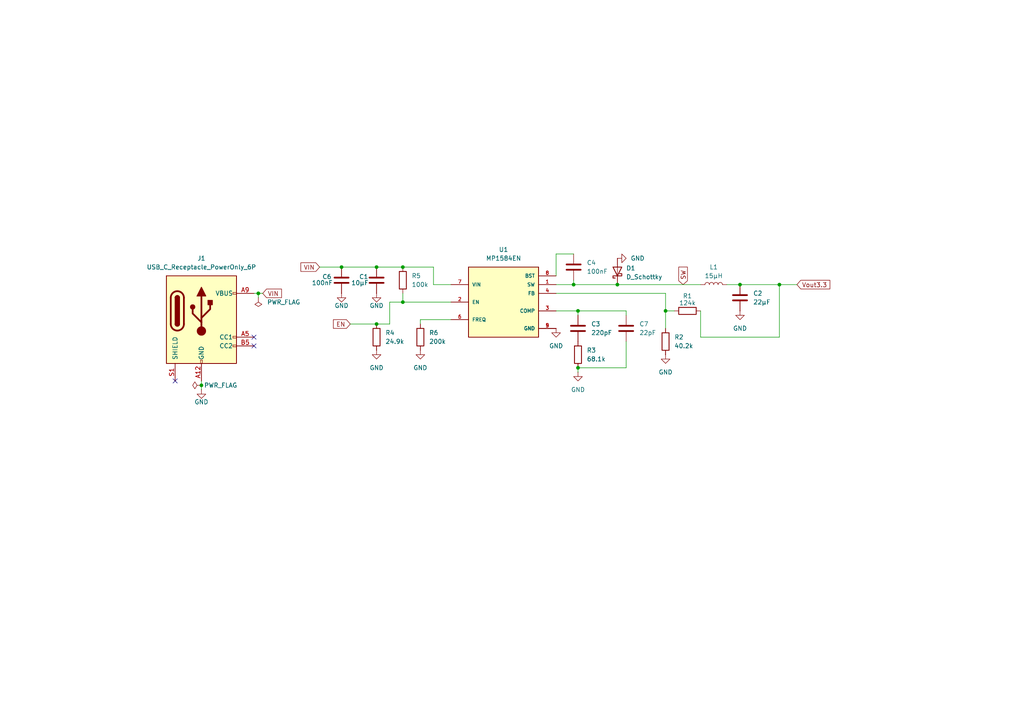
<source format=kicad_sch>
(kicad_sch (version 20250114) (generator "eeschema") (generator_version "9.0")
  (paper "A4")
  (title_block (date "2025-10-09"))
  (lib_symbols
    (symbol "Connector:USB_C_Receptacle_PowerOnly_6P" (pin_names (offset 1.016))
      (property "Reference" "J" (at 0 16.51 0))
      (property "Value" "USB_C_Receptacle_PowerOnly_6P" (at 0 13.97 0))
      (symbol "USB_C_Receptacle_PowerOnly_6P_0_0"
        (rectangle (start -0.254 -12.7) (end 0.254 -11.684))
        (rectangle (start 10.16 7.874) (end 9.144 7.366))
        (rectangle (start 10.16 -4.826) (end 9.144 -5.334))
        (rectangle (start 10.16 -7.366) (end 9.144 -7.874))
      )
      (symbol "USB_C_Receptacle_PowerOnly_6P_0_1"
        (rectangle (start -10.16 12.7) (end 10.16 -12.7) (stroke (width 0.254)) (fill (type background)))
        (polyline (pts (xy -8.89 -1.27) (xy -8.89 6.35)) (stroke (width 0.508)))
        (rectangle (start -7.62 -1.27) (end -6.35 6.35) (stroke (width 0.254)) (fill (type outline)))
        (arc (start -7.62 6.35) (mid -6.985 6.9823) (end -6.35 6.35) (stroke (width 0.254)))
        (arc (start -7.62 6.35) (mid -6.985 6.9823) (end -6.35 6.35) (stroke (width 0.254)) (fill (type outline)))
        (arc (start -8.89 6.35) (mid -6.985 8.2467) (end -5.08 6.35) (stroke (width 0.508)))
        (arc (start -5.08 -1.27) (mid -6.985 -3.1667) (end -8.89 -1.27) (stroke (width 0.508)))
        (arc (start -6.35 -1.27) (mid -6.985 -1.9023) (end -7.62 -1.27) (stroke (width 0.254)))
        (arc (start -6.35 -1.27) (mid -6.985 -1.9023) (end -7.62 -1.27) (stroke (width 0.254)) (fill (type outline)))
        (polyline (pts (xy -5.08 6.35) (xy -5.08 -1.27)) (stroke (width 0.508)))
        (circle (center -2.54 3.683) (radius 0.635) (stroke (width 0.254)) (fill (type outline)))
        (polyline (pts (xy -1.27 6.858) (xy 0 9.398) (xy 1.27 6.858) (xy -1.27 6.858)) (stroke (width 0.254)) (fill (type outline)))
        (polyline (pts (xy 0 0.508) (xy 2.54 3.048) (xy 2.54 4.318)) (stroke (width 0.508)))
        (polyline (pts (xy 0 -0.762) (xy -2.54 1.778) (xy -2.54 3.048)) (stroke (width 0.508)))
        (polyline (pts (xy 0 -3.302) (xy 0 6.858)) (stroke (width 0.508)))
        (circle (center 0 -3.302) (radius 1.27) (fill (type outline)))
        (rectangle (start 1.905 4.318) (end 3.175 5.588) (stroke (width 0.254)) (fill (type outline)))
      )
      (symbol "USB_C_Receptacle_PowerOnly_6P_1_1"
        (pin passive line (at -7.62 -17.78 90) (length 5.08) (name "SHIELD") (number "S1"))
        (pin passive line (at 0 -17.78 90) (length 5.08) (name "GND") (number "A12"))
        (pin passive line (at 0 -17.78 90) (length 5.08) (hide yes) (name "GND") (number "B12"))
        (pin passive line (at 15.24 7.62 180) (length 5.08) (name "VBUS") (number "A9"))
        (pin passive line (at 15.24 7.62 180) (length 5.08) (hide yes) (name "VBUS") (number "B9"))
        (pin bidirectional line (at 15.24 -5.08 180) (length 5.08) (name "CC1") (number "A5"))
        (pin bidirectional line (at 15.24 -7.62 180) (length 5.08) (name "CC2") (number "B5"))
      )
    )
    (symbol "Device:C" (pin_numbers (hide yes)) (pin_names (offset 0.254))
      (property "Reference" "C" (at 0.635 2.54 0))
      (property "Value" "C" (at 0.635 -2.54 0))
      (symbol "C_0_1"
        (polyline (pts (xy -2.032 0.762) (xy 2.032 0.762)) (stroke (width 0.508)))
        (polyline (pts (xy -2.032 -0.762) (xy 2.032 -0.762)) (stroke (width 0.508)))
      )
      (symbol "C_1_1"
        (pin passive line (at 0 3.81 270) (length 2.794) (name "~") (number "1"))
        (pin passive line (at 0 -3.81 90) (length 2.794) (name "~") (number "2"))
      )
    )
    (symbol "Device:D_Schottky" (pin_numbers (hide yes)) (pin_names (offset 1.016) (hide yes))
      (property "Reference" "D" (at 0 2.54 0))
      (property "Value" "D_Schottky" (at 0 -2.54 0))
      (symbol "D_Schottky_0_1"
        (polyline (pts (xy -1.905 0.635) (xy -1.905 1.27) (xy -1.27 1.27) (xy -1.27 -1.27) (xy -0.635 -1.27) (xy -0.635 -0.635)) (stroke (width 0.254)))
        (polyline (pts (xy 1.27 1.27) (xy 1.27 -1.27) (xy -1.27 0) (xy 1.27 1.27)) (stroke (width 0.254)))
        (polyline (pts (xy 1.27 0) (xy -1.27 0)))
      )
      (symbol "D_Schottky_1_1"
        (pin passive line (at -3.81 0 0) (length 2.54) (name "K") (number "1"))
        (pin passive line (at 3.81 0 180) (length 2.54) (name "A") (number "2"))
      )
    )
    (symbol "Device:L" (pin_numbers (hide yes)) (pin_names (offset 1.016) (hide yes))
      (property "Reference" "L" (at -1.27 0 90))
      (property "Value" "L" (at 1.905 0 90))
      (symbol "L_0_1"
        (arc (start 0 2.54) (mid 0.6323 1.905) (end 0 1.27))
        (arc (start 0 1.27) (mid 0.6323 0.635) (end 0 0))
        (arc (start 0 0) (mid 0.6323 -0.635) (end 0 -1.27))
        (arc (start 0 -1.27) (mid 0.6323 -1.905) (end 0 -2.54))
      )
      (symbol "L_1_1"
        (pin passive line (at 0 3.81 270) (length 1.27) (name "1") (number "1"))
        (pin passive line (at 0 -3.81 90) (length 1.27) (name "2") (number "2"))
      )
    )
    (symbol "Device:R" (pin_numbers (hide yes)) (pin_names (offset 0))
      (property "Reference" "R" (at 2.032 0 90))
      (property "Value" "R" (at 0 0 90))
      (symbol "R_0_1"
        (rectangle (start -1.016 -2.54) (end 1.016 2.54) (stroke (width 0.254)))
      )
      (symbol "R_1_1"
        (pin passive line (at 0 3.81 270) (length 1.27) (name "~") (number "1"))
        (pin passive line (at 0 -3.81 90) (length 1.27) (name "~") (number "2"))
      )
    )
    (symbol "MP1584EN:MP1584EN" (pin_names (offset 1.016))
      (property "Reference" "U" (at -10.185 10.6942 0))
      (property "Value" "MP1584EN" (at -10.1723 -12.7154 0))
      (symbol "MP1584EN_0_0"
        (rectangle (start -10.16 -10.16) (end 10.16 10.16) (stroke (width 0.254)) (fill (type background)))
        (pin input line (at -15.24 5.08 0) (length 5.08) (name "VIN") (number "7"))
        (pin input line (at -15.24 0 0) (length 5.08) (name "EN") (number "2"))
        (pin input line (at -15.24 -5.08 0) (length 5.08) (name "FREQ") (number "6"))
        (pin passive line (at 15.24 7.62 180) (length 5.08) (name "BST") (number "8"))
        (pin output line (at 15.24 5.08 180) (length 5.08) (name "SW") (number "1"))
        (pin input line (at 15.24 2.54 180) (length 5.08) (name "FB") (number "4"))
        (pin output line (at 15.24 -2.54 180) (length 5.08) (name "COMP") (number "3"))
        (pin power_in line (at 15.24 -7.62 180) (length 5.08) (name "GND") (number "5"))
        (pin power_in line (at 15.24 -7.62 180) (length 5.08) (name "GND") (number "9"))
      )
    )
    (symbol "power:GND" (power) (pin_numbers (hide yes)) (pin_names (offset 0) (hide yes))
      (property "Value" "GND" (at 0 -3.81 0))
      (symbol "GND_0_1"
        (polyline (pts (xy 0 0) (xy 0 -1.27) (xy 1.27 -1.27) (xy 0 -2.54) (xy -1.27 -1.27) (xy 0 -1.27)))
      )
      (symbol "GND_1_1"
        (pin power_in line (at 0 0 270) (length 0) (name "~") (number "1"))
      )
    )
    (symbol "power:PWR_FLAG" (power) (pin_numbers (hide yes)) (pin_names (offset 0) (hide yes))
      (property "Value" "PWR_FLAG" (at 0 3.81 0))
      (symbol "PWR_FLAG_0_0"
        (pin power_out line (at 0 0 90) (length 0) (name "~") (number "1"))
      )
      (symbol "PWR_FLAG_0_1"
        (polyline (pts (xy 0 0) (xy 0 1.27) (xy -1.016 1.905) (xy 0 2.54) (xy 1.016 1.905) (xy 0 1.27)))
      )
    )
  )
  (junction (at 214.63 82.55))
  (junction (at 193.04 90.17))
  (junction (at 116.84 87.63))
  (junction (at 179.07 82.55))
  (junction (at 167.64 106.68))
  (junction (at 226.06 82.55))
  (junction (at 166.37 82.55))
  (junction (at 109.22 77.47))
  (junction (at 167.64 90.17))
  (junction (at 109.22 93.98))
  (junction (at 58.42 111.76))
  (junction (at 74.93 85.09))
  (junction (at 116.84 77.47))
  (junction (at 99.06 77.47))
  (no_connect (at 73.66 97.79))
  (no_connect (at 50.8 110.49))
  (no_connect (at 73.66 100.33))
  (wire (pts (xy 99.06 77.47) (xy 109.22 77.47)))
  (wire (pts (xy 203.2 90.17) (xy 203.2 97.79)))
  (wire (pts (xy 161.29 80.01) (xy 161.29 73.66)))
  (wire (pts (xy 58.42 111.76) (xy 58.42 110.49)))
  (wire (pts (xy 109.22 93.98) (xy 113.03 93.98)))
  (wire (pts (xy 203.2 97.79) (xy 226.06 97.79)))
  (wire (pts (xy 167.64 106.68) (xy 181.61 106.68)))
  (wire (pts (xy 74.93 86.36) (xy 74.93 85.09)))
  (wire (pts (xy 161.29 73.66) (xy 166.37 73.66)))
  (wire (pts (xy 101.6 93.98) (xy 109.22 93.98)))
  (wire (pts (xy 73.66 85.09) (xy 74.93 85.09)))
  (wire (pts (xy 74.93 85.09) (xy 76.2 85.09)))
  (wire (pts (xy 167.64 90.17) (xy 181.61 90.17)))
  (wire (pts (xy 125.73 82.55) (xy 130.81 82.55)))
  (wire (pts (xy 226.06 82.55) (xy 231.14 82.55)))
  (wire (pts (xy 193.04 90.17) (xy 195.58 90.17)))
  (wire (pts (xy 125.73 77.47) (xy 125.73 82.55)))
  (wire (pts (xy 179.07 82.55) (xy 203.2 82.55)))
  (wire (pts (xy 210.82 82.55) (xy 214.63 82.55)))
  (wire (pts (xy 167.64 90.17) (xy 161.29 90.17)))
  (wire (pts (xy 113.03 87.63) (xy 113.03 93.98)))
  (wire (pts (xy 161.29 82.55) (xy 166.37 82.55)))
  (wire (pts (xy 130.81 92.71) (xy 121.92 92.71)))
  (wire (pts (xy 166.37 82.55) (xy 179.07 82.55)))
  (wire (pts (xy 121.92 92.71) (xy 121.92 93.98)))
  (wire (pts (xy 193.04 85.09) (xy 193.04 90.17)))
  (wire (pts (xy 166.37 82.55) (xy 166.37 81.28)))
  (wire (pts (xy 193.04 90.17) (xy 193.04 95.25)))
  (wire (pts (xy 161.29 85.09) (xy 193.04 85.09)))
  (wire (pts (xy 167.64 91.44) (xy 167.64 90.17)))
  (wire (pts (xy 113.03 87.63) (xy 116.84 87.63)))
  (wire (pts (xy 226.06 97.79) (xy 226.06 82.55)))
  (wire (pts (xy 109.22 77.47) (xy 116.84 77.47)))
  (wire (pts (xy 181.61 99.06) (xy 181.61 106.68)))
  (wire (pts (xy 116.84 77.47) (xy 125.73 77.47)))
  (wire (pts (xy 116.84 87.63) (xy 130.81 87.63)))
  (wire (pts (xy 214.63 82.55) (xy 226.06 82.55)))
  (wire (pts (xy 92.71 77.47) (xy 99.06 77.47)))
  (wire (pts (xy 58.42 113.03) (xy 58.42 111.76)))
  (wire (pts (xy 116.84 85.09) (xy 116.84 87.63)))
  (wire (pts (xy 167.64 107.95) (xy 167.64 106.68)))
  (wire (pts (xy 181.61 90.17) (xy 181.61 91.44)))
  (global_label "EN" (shape input) (at 101.6 93.98 180) (property "Intersheetrefs" "${INTERSHEET_REFS}" (effects (hide yes))))
  (global_label "VIN" (shape input) (at 76.2 85.09 0) (property "Intersheetrefs" "${INTERSHEET_REFS}" (effects (hide yes))))
  (global_label "VIN" (shape input) (at 92.71 77.47 180) (property "Intersheetrefs" "${INTERSHEET_REFS}" (effects (hide yes))))
  (global_label "Vout3.3" (shape input) (at 231.14 82.55 0) (property "Intersheetrefs" "${INTERSHEET_REFS}" (effects (hide yes))))
  (global_label "SW" (shape input) (at 198.12 82.55 90) (property "Intersheetrefs" "${INTERSHEET_REFS}" (effects (hide yes))))
  (symbol (lib_id "Device:R") (at 199.39 90.17 90) (unit 1)
    (property "Reference" "R1" (at 199.39 85.852 90))
    (property "Value" "124k" (at 199.39 87.884 90))
    (property "Footprint" "Resistor_SMD:R_1206_3216Metric" (effects (hide yes)))
    (property "Description" "Resistor" (effects (hide yes)))
  )
  (symbol (lib_id "Device:R") (at 167.64 102.87 0) (unit 1)
    (property "Reference" "R3" (at 170.18 101.5999 0) (effects (justify left)))
    (property "Value" "68.1k" (at 170.18 104.1399 0) (effects (justify left)))
    (property "Footprint" "Resistor_SMD:R_1206_3216Metric" (effects (hide yes)))
    (property "Description" "Resistor" (effects (hide yes)))
  )
  (symbol (lib_id "power:GND") (at 167.64 107.95 0) (unit 1)
    (property "Reference" "#PWR05" (effects (hide yes)))
    (property "Value" "GND" (at 167.64 113.03 0))
    (property "Description" "Power symbol creates a global label with name \"GND\" , ground" (effects (hide yes)))
  )
  (symbol (lib_id "Device:C") (at 181.61 95.25 0) (unit 1)
    (property "Reference" "C7" (at 185.42 93.9799 0) (effects (justify left)))
    (property "Value" "22pF" (at 185.42 96.5199 0) (effects (justify left)))
    (property "Footprint" "Capacitor_SMD:C_1206_3216Metric" (effects (hide yes)))
    (property "Description" "Unpolarized capacitor" (effects (hide yes)))
  )
  (symbol (lib_id "Device:C") (at 99.06 81.28 0) (unit 1)
    (property "Reference" "C6" (at 93.472 80.264 0) (effects (justify left)))
    (property "Value" "100nF" (at 90.424 82.042 0) (effects (justify left)))
    (property "Footprint" "Capacitor_SMD:C_1206_3216Metric" (effects (hide yes)))
    (property "Description" "Unpolarized capacitor" (effects (hide yes)))
  )
  (symbol (lib_id "power:GND") (at 179.07 74.93 90) (unit 1)
    (property "Reference" "#PWR07" (effects (hide yes)))
    (property "Value" "GND" (at 182.88 74.9299 90) (effects (justify right)))
    (property "Description" "Power symbol creates a global label with name \"GND\" , ground" (effects (hide yes)))
  )
  (symbol (lib_id "Device:R") (at 109.22 97.79 0) (unit 1)
    (property "Reference" "R4" (at 111.76 96.5199 0) (effects (justify left)))
    (property "Value" "24.9k" (at 111.76 99.0599 0) (effects (justify left)))
    (property "Footprint" "Resistor_SMD:R_1206_3216Metric" (effects (hide yes)))
    (property "Description" "Resistor" (effects (hide yes)))
  )
  (symbol (lib_id "Connector:USB_C_Receptacle_PowerOnly_6P") (at 58.42 92.71 0) (unit 1)
    (property "Reference" "J1" (at 58.42 74.93 0))
    (property "Value" "USB_C_Receptacle_PowerOnly_6P" (at 58.42 77.47 0))
    (property "Footprint" "Connector_USB:USB_C_Receptacle_GCT_USB4125-xx-x-0190_6P_TopMnt_Horizontal" (effects (hide yes)))
    (property "Datasheet" "https://www.usb.org/sites/default/files/documents/usb_type-c.zip" (effects (hide yes)))
    (property "Description" "USB Power-Only 6P Type-C Receptacle connector" (effects (hide yes)))
  )
  (symbol (lib_id "power:PWR_FLAG") (at 74.93 86.36 180) (unit 1)
    (property "Reference" "#FLG01" (effects (hide yes)))
    (property "Value" "PWR_FLAG" (at 77.47 87.6299 0) (effects (justify right)))
    (property "Description" "Special symbol for telling ERC where power comes from" (effects (hide yes)))
  )
  (symbol (lib_id "power:GND") (at 99.06 85.09 0) (unit 1)
    (property "Reference" "#PWR09" (effects (hide yes)))
    (property "Value" "GND" (at 99.06 88.646 0))
    (property "Description" "Power symbol creates a global label with name \"GND\" , ground" (effects (hide yes)))
  )
  (symbol (lib_id "power:GND") (at 193.04 102.87 0) (unit 1)
    (property "Reference" "#PWR06" (effects (hide yes)))
    (property "Value" "GND" (at 193.04 107.95 0))
    (property "Description" "Power symbol creates a global label with name \"GND\" , ground" (effects (hide yes)))
  )
  (symbol (lib_id "power:PWR_FLAG") (at 58.42 111.76 90) (unit 1)
    (property "Reference" "#FLG02" (effects (hide yes)))
    (property "Value" "PWR_FLAG" (at 64.008 111.76 90))
    (property "Description" "Special symbol for telling ERC where power comes from" (effects (hide yes)))
  )
  (symbol (lib_id "MP1584EN:MP1584EN") (at 146.05 87.63 0) (unit 1)
    (property "Reference" "U1" (at 146.05 72.39 0))
    (property "Value" "MP1584EN" (at 146.05 74.93 0))
    (property "Footprint" "MP1584EN:SOIC127P600X170-9N" (effects (hide yes)))
    (property "MF" "Monolithic Power" (effects (hide yes)))
    (property "PACKAGE" "None" (effects (hide yes)))
    (property "PRICE" "None" (effects (hide yes)))
    (property "Package" "SOIC-8 Monolithic Power" (effects (hide yes)))
    (property "Check_prices" "https://www.snapeda.com/parts/MP1584EN/Monolithic+Power+Systems/view-part/?ref=eda" (effects (hide yes)))
    (property "STANDARD" "IPC-7351B" (effects (hide yes)))
    (property "SnapEDA_Link" "https://www.snapeda.com/parts/MP1584EN/Monolithic+Power+Systems/view-part/?ref=snap" (effects (hide yes)))
    (property "MP" "MP1584EN" (effects (hide yes)))
    (property "Price" "None" (effects (hide yes)))
    (property "Availability" "Not in stock" (effects (hide yes)))
    (property "AVAILABILITY" "Unavailable" (effects (hide yes)))
    (property "Description_1" "Buck Switching Regulator IC Positive Adjustable 0.8V 1 Output 3A 8-SOIC (0.154, 3.90mm Width) Exposed Pad" (effects (hide yes)))
  )
  (symbol (lib_id "Device:R") (at 121.92 97.79 0) (unit 1)
    (property "Reference" "R6" (at 124.46 96.5199 0) (effects (justify left)))
    (property "Value" "200k" (at 124.46 99.0599 0) (effects (justify left)))
    (property "Footprint" "Resistor_SMD:R_1206_3216Metric" (effects (hide yes)))
    (property "Description" "Resistor" (effects (hide yes)))
  )
  (symbol (lib_id "power:GND") (at 161.29 95.25 0) (unit 1)
    (property "Reference" "#PWR04" (effects (hide yes)))
    (property "Value" "GND" (at 161.29 100.33 0))
    (property "Description" "Power symbol creates a global label with name \"GND\" , ground" (effects (hide yes)))
  )
  (symbol (lib_id "Device:R") (at 193.04 99.06 180) (unit 1)
    (property "Reference" "R2" (at 195.58 97.7899 0) (effects (justify right)))
    (property "Value" "40.2k" (at 195.58 100.3299 0) (effects (justify right)))
    (property "Footprint" "Resistor_SMD:R_1206_3216Metric" (effects (hide yes)))
    (property "Description" "Resistor" (effects (hide yes)))
  )
  (symbol (lib_id "power:GND") (at 109.22 101.6 0) (unit 1)
    (property "Reference" "#PWR02" (effects (hide yes)))
    (property "Value" "GND" (at 109.22 106.68 0))
    (property "Description" "Power symbol creates a global label with name \"GND\" , ground" (effects (hide yes)))
  )
  (symbol (lib_id "power:GND") (at 58.42 113.03 0) (unit 1)
    (property "Reference" "#PWR011" (effects (hide yes)))
    (property "Value" "GND" (at 58.42 116.586 0))
    (property "Description" "Power symbol creates a global label with name \"GND\" , ground" (effects (hide yes)))
  )
  (symbol (lib_id "Device:L") (at 207.01 82.55 90) (unit 1)
    (property "Reference" "L1" (at 207.01 77.47 90))
    (property "Value" "15µH" (at 207.01 80.01 90))
    (property "Footprint" "Inductor_SMD:L_APV_APH1040" (effects (hide yes)))
    (property "Description" "Inductor" (effects (hide yes)))
  )
  (symbol (lib_id "Device:C") (at 167.64 95.25 0) (unit 1)
    (property "Reference" "C3" (at 171.45 93.9799 0) (effects (justify left)))
    (property "Value" "220pF" (at 171.45 96.5199 0) (effects (justify left)))
    (property "Footprint" "Capacitor_SMD:C_1206_3216Metric" (effects (hide yes)))
    (property "Description" "Unpolarized capacitor" (effects (hide yes)))
  )
  (symbol (lib_id "power:GND") (at 121.92 101.6 0) (unit 1)
    (property "Reference" "#PWR03" (effects (hide yes)))
    (property "Value" "GND" (at 121.92 106.68 0))
    (property "Description" "Power symbol creates a global label with name \"GND\" , ground" (effects (hide yes)))
  )
  (symbol (lib_id "Device:C") (at 214.63 86.36 0) (unit 1)
    (property "Reference" "C2" (at 218.44 85.0899 0) (effects (justify left)))
    (property "Value" "22µF" (at 218.44 87.6299 0) (effects (justify left)))
    (property "Footprint" "Capacitor_SMD:C_1206_3216Metric" (effects (hide yes)))
    (property "Description" "Unpolarized capacitor" (effects (hide yes)))
  )
  (symbol (lib_id "Device:R") (at 116.84 81.28 0) (unit 1)
    (property "Reference" "R5" (at 119.38 80.0099 0) (effects (justify left)))
    (property "Value" "100k" (at 119.38 82.5499 0) (effects (justify left)))
    (property "Footprint" "Resistor_SMD:R_1206_3216Metric" (effects (hide yes)))
    (property "Description" "Resistor" (effects (hide yes)))
  )
  (symbol (lib_id "Device:C") (at 109.22 81.28 0) (unit 1)
    (property "Reference" "C1" (at 104.14 80.264 0) (effects (justify left)))
    (property "Value" "10µF" (at 101.854 82.042 0) (effects (justify left)))
    (property "Footprint" "Capacitor_SMD:C_1206_3216Metric" (effects (hide yes)))
    (property "Description" "Unpolarized capacitor" (effects (hide yes)))
  )
  (symbol (lib_id "power:GND") (at 109.22 85.09 0) (unit 1)
    (property "Reference" "#PWR01" (effects (hide yes)))
    (property "Value" "GND" (at 109.22 88.646 0))
    (property "Description" "Power symbol creates a global label with name \"GND\" , ground" (effects (hide yes)))
  )
  (symbol (lib_id "Device:D_Schottky") (at 179.07 78.74 90) (unit 1)
    (property "Reference" "D1" (at 181.61 77.7874 90) (effects (justify right)))
    (property "Value" "D_Schottky" (at 181.61 80.3274 90) (effects (justify right)))
    (property "Footprint" "Diode_SMD:D_1206_3216Metric" (effects (hide yes)))
    (property "Description" "Schottky diode" (effects (hide yes)))
  )
  (symbol (lib_id "Device:C") (at 166.37 77.47 0) (unit 1)
    (property "Reference" "C4" (at 170.18 76.1999 0) (effects (justify left)))
    (property "Value" "100nF" (at 170.18 78.7399 0) (effects (justify left)))
    (property "Footprint" "Capacitor_SMD:C_1206_3216Metric" (effects (hide yes)))
    (property "Description" "Unpolarized capacitor" (effects (hide yes)))
  )
  (symbol (lib_id "power:GND") (at 214.63 90.17 0) (unit 1)
    (property "Reference" "#PWR08" (effects (hide yes)))
    (property "Value" "GND" (at 214.63 95.25 0))
    (property "Description" "Power symbol creates a global label with name \"GND\" , ground" (effects (hide yes)))
  )
)
</source>
